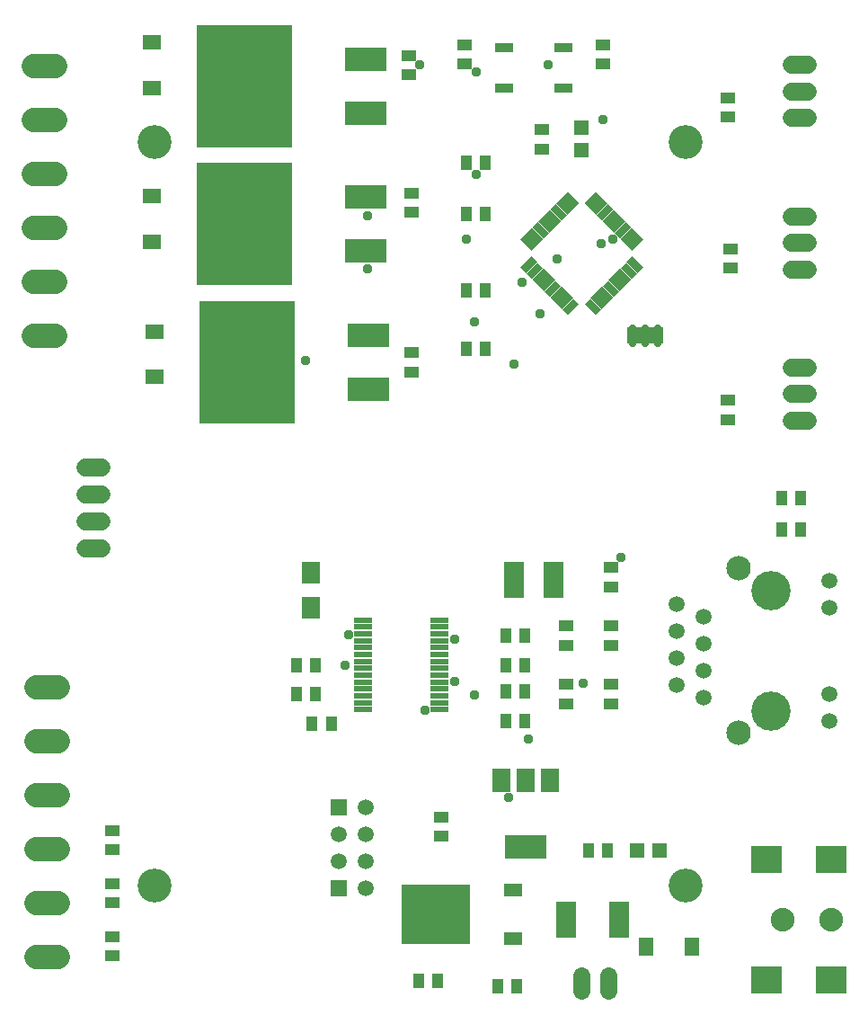
<source format=gbr>
G04 EAGLE Gerber RS-274X export*
G75*
%MOMM*%
%FSLAX34Y34*%
%LPD*%
%AMOC8*
5,1,8,0,0,1.08239X$1,22.5*%
G01*
%ADD10C,3.203200*%
%ADD11R,1.403200X1.003200*%
%ADD12R,1.403200X1.403200*%
%ADD13R,1.473200X1.673200*%
%ADD14R,1.003200X1.403200*%
%ADD15R,1.983200X3.403200*%
%ADD16R,1.701800X2.209800*%
%ADD17R,4.013200X2.209800*%
%ADD18R,3.003200X2.603200*%
%ADD19C,2.235200*%
%ADD20R,6.403200X5.603200*%
%ADD21R,1.803200X1.203200*%
%ADD22C,1.625600*%
%ADD23R,1.673200X1.473200*%
%ADD24R,4.013200X2.286000*%
%ADD25R,9.093200X11.633200*%
%ADD26C,1.727200*%
%ADD27R,1.511200X1.511200*%
%ADD28C,1.511200*%
%ADD29C,2.298700*%
%ADD30R,1.703200X0.603200*%
%ADD31R,1.903200X3.503200*%
%ADD32R,1.803200X2.103200*%
%ADD33C,2.303200*%
%ADD34C,3.703200*%
%ADD35R,1.473200X0.762000*%
%ADD36R,0.762000X1.473200*%
%ADD37R,1.727200X0.965200*%
%ADD38C,0.653200*%
%ADD39R,3.495041X1.534159*%
%ADD40C,0.959600*%


D10*
X172500Y832500D03*
X672500Y832500D03*
X172500Y132500D03*
X672500Y132500D03*
D11*
X442500Y178500D03*
X442500Y196500D03*
D12*
X648000Y165000D03*
X627000Y165000D03*
D13*
X679000Y75000D03*
X636000Y75000D03*
D14*
X439000Y42500D03*
X421000Y42500D03*
X599000Y165000D03*
X581000Y165000D03*
D15*
X609900Y100000D03*
X560100Y100000D03*
D16*
X545106Y231496D03*
X522246Y231496D03*
X499386Y231496D03*
D17*
X522500Y168504D03*
D18*
X810000Y43000D03*
X810000Y157000D03*
X749000Y43000D03*
X749000Y157000D03*
D19*
X810000Y100000D03*
X764280Y100000D03*
D20*
X437500Y105000D03*
D21*
X510500Y82200D03*
X510500Y127800D03*
D14*
X496000Y37500D03*
X514000Y37500D03*
D22*
X600200Y32888D02*
X600200Y47112D01*
X574800Y47112D02*
X574800Y32888D01*
D11*
X412500Y914000D03*
X412500Y896000D03*
D23*
X170000Y883500D03*
X170000Y926500D03*
D24*
X371400Y859600D03*
X371400Y910400D03*
D25*
X257100Y885000D03*
D11*
X712500Y589000D03*
X712500Y571000D03*
D26*
X772380Y620000D02*
X787620Y620000D01*
X787620Y595000D02*
X772380Y595000D01*
X772380Y570000D02*
X787620Y570000D01*
D11*
X715000Y731500D03*
X715000Y713500D03*
D26*
X772380Y762500D02*
X787620Y762500D01*
X787620Y737500D02*
X772380Y737500D01*
X772380Y712500D02*
X787620Y712500D01*
D11*
X415000Y784000D03*
X415000Y766000D03*
D23*
X170000Y738500D03*
X170000Y781500D03*
D24*
X371400Y729600D03*
X371400Y780400D03*
D25*
X257100Y755000D03*
D27*
X346375Y129250D03*
X346375Y205450D03*
D28*
X346375Y154650D03*
X346375Y180050D03*
X371775Y180050D03*
X371775Y154650D03*
X371775Y129250D03*
X371775Y205450D03*
D29*
X78778Y904500D02*
X57823Y904500D01*
X57823Y853700D02*
X78778Y853700D01*
X78778Y650500D02*
X57823Y650500D01*
X57823Y802900D02*
X78778Y802900D01*
X78778Y752100D02*
X57823Y752100D01*
X57823Y701300D02*
X78778Y701300D01*
X81278Y319500D02*
X60323Y319500D01*
X60323Y268700D02*
X81278Y268700D01*
X81278Y65500D02*
X60323Y65500D01*
X60323Y217900D02*
X81278Y217900D01*
X81278Y167100D02*
X60323Y167100D01*
X60323Y116300D02*
X81278Y116300D01*
D11*
X415000Y634000D03*
X415000Y616000D03*
D23*
X172500Y611000D03*
X172500Y654000D03*
D24*
X373900Y599600D03*
X373900Y650400D03*
D25*
X259600Y625000D03*
D11*
X712500Y874000D03*
X712500Y856000D03*
D26*
X772380Y905000D02*
X787620Y905000D01*
X787620Y880000D02*
X772380Y880000D01*
X772380Y855000D02*
X787620Y855000D01*
D11*
X132500Y184000D03*
X132500Y166000D03*
X132500Y134000D03*
X132500Y116000D03*
X132500Y84000D03*
X132500Y66000D03*
D30*
X368750Y382250D03*
X368750Y375750D03*
X368750Y369250D03*
X368750Y362750D03*
X368750Y356250D03*
X368750Y349750D03*
X368750Y343250D03*
X368750Y336750D03*
X368750Y330250D03*
X368750Y323750D03*
X368750Y317250D03*
X368750Y310750D03*
X368750Y304250D03*
X368750Y297750D03*
X441250Y297750D03*
X441250Y304250D03*
X441250Y310750D03*
X441250Y317250D03*
X441250Y323750D03*
X441250Y330250D03*
X441250Y336750D03*
X441250Y343250D03*
X441250Y349750D03*
X441250Y356250D03*
X441250Y362750D03*
X441250Y369250D03*
X441250Y375750D03*
X441250Y382250D03*
D14*
X324000Y312500D03*
X306000Y312500D03*
X324000Y340000D03*
X306000Y340000D03*
X339000Y285000D03*
X321000Y285000D03*
D31*
X511500Y420000D03*
X548500Y420000D03*
D14*
X503500Y340000D03*
X521500Y340000D03*
X503500Y367500D03*
X521500Y367500D03*
D11*
X560000Y358500D03*
X560000Y376500D03*
X602500Y358500D03*
X602500Y376500D03*
X602500Y303500D03*
X602500Y321500D03*
X560000Y303500D03*
X560000Y321500D03*
D14*
X521500Y315000D03*
X503500Y315000D03*
D11*
X602500Y431500D03*
X602500Y413500D03*
D14*
X521500Y287500D03*
X503500Y287500D03*
D32*
X320000Y393500D03*
X320000Y426500D03*
D14*
X781500Y467500D03*
X763500Y467500D03*
X781500Y497500D03*
X763500Y497500D03*
D33*
X722700Y275750D03*
X722700Y430650D03*
D28*
X808400Y419450D03*
X808400Y394050D03*
X808400Y312350D03*
X808400Y286950D03*
X664300Y397600D03*
X664300Y372200D03*
X664300Y346800D03*
X664300Y321400D03*
X689700Y385000D03*
X689700Y359600D03*
X689700Y334200D03*
X689700Y308800D03*
D34*
X753000Y296200D03*
X753000Y410200D03*
D26*
X122620Y449400D02*
X107380Y449400D01*
X107380Y474800D02*
X122620Y474800D01*
X122620Y500200D02*
X107380Y500200D01*
X107380Y525600D02*
X122620Y525600D01*
D11*
X465000Y924000D03*
X465000Y906000D03*
D14*
X466000Y812500D03*
X484000Y812500D03*
X466000Y765000D03*
X484000Y765000D03*
D11*
X537500Y826000D03*
X537500Y844000D03*
D12*
X575000Y845500D03*
X575000Y824500D03*
D35*
G36*
X583040Y685250D02*
X593456Y674834D01*
X588068Y669446D01*
X577652Y679862D01*
X583040Y685250D01*
G37*
G36*
X588697Y690907D02*
X599113Y680491D01*
X593725Y675103D01*
X583309Y685519D01*
X588697Y690907D01*
G37*
G36*
X594354Y696563D02*
X604770Y686147D01*
X599382Y680759D01*
X588966Y691175D01*
X594354Y696563D01*
G37*
G36*
X600011Y702220D02*
X610427Y691804D01*
X605039Y686416D01*
X594623Y696832D01*
X600011Y702220D01*
G37*
G36*
X605668Y707877D02*
X616084Y697461D01*
X610696Y692073D01*
X600280Y702489D01*
X605668Y707877D01*
G37*
G36*
X611325Y713534D02*
X621741Y703118D01*
X616353Y697730D01*
X605937Y708146D01*
X611325Y713534D01*
G37*
G36*
X616981Y719191D02*
X627397Y708775D01*
X622009Y703387D01*
X611593Y713803D01*
X616981Y719191D01*
G37*
G36*
X622638Y724848D02*
X633054Y714432D01*
X627666Y709044D01*
X617250Y719460D01*
X622638Y724848D01*
G37*
D36*
G36*
X627666Y745956D02*
X633054Y740568D01*
X622638Y730152D01*
X617250Y735540D01*
X627666Y745956D01*
G37*
G36*
X622009Y751613D02*
X627397Y746225D01*
X616981Y735809D01*
X611593Y741197D01*
X622009Y751613D01*
G37*
G36*
X616353Y757270D02*
X621741Y751882D01*
X611325Y741466D01*
X605937Y746854D01*
X616353Y757270D01*
G37*
G36*
X610696Y762927D02*
X616084Y757539D01*
X605668Y747123D01*
X600280Y752511D01*
X610696Y762927D01*
G37*
G36*
X605039Y768584D02*
X610427Y763196D01*
X600011Y752780D01*
X594623Y758168D01*
X605039Y768584D01*
G37*
G36*
X599382Y774241D02*
X604770Y768853D01*
X594354Y758437D01*
X588966Y763825D01*
X599382Y774241D01*
G37*
G36*
X593725Y779897D02*
X599113Y774509D01*
X588697Y764093D01*
X583309Y769481D01*
X593725Y779897D01*
G37*
G36*
X588068Y785554D02*
X593456Y780166D01*
X583040Y769750D01*
X577652Y775138D01*
X588068Y785554D01*
G37*
D35*
G36*
X561932Y785554D02*
X572348Y775138D01*
X566960Y769750D01*
X556544Y780166D01*
X561932Y785554D01*
G37*
G36*
X556275Y779897D02*
X566691Y769481D01*
X561303Y764093D01*
X550887Y774509D01*
X556275Y779897D01*
G37*
G36*
X550618Y774241D02*
X561034Y763825D01*
X555646Y758437D01*
X545230Y768853D01*
X550618Y774241D01*
G37*
G36*
X544961Y768584D02*
X555377Y758168D01*
X549989Y752780D01*
X539573Y763196D01*
X544961Y768584D01*
G37*
G36*
X539304Y762927D02*
X549720Y752511D01*
X544332Y747123D01*
X533916Y757539D01*
X539304Y762927D01*
G37*
G36*
X533647Y757270D02*
X544063Y746854D01*
X538675Y741466D01*
X528259Y751882D01*
X533647Y757270D01*
G37*
G36*
X527991Y751613D02*
X538407Y741197D01*
X533019Y735809D01*
X522603Y746225D01*
X527991Y751613D01*
G37*
G36*
X522334Y745956D02*
X532750Y735540D01*
X527362Y730152D01*
X516946Y740568D01*
X522334Y745956D01*
G37*
D36*
G36*
X527362Y724848D02*
X532750Y719460D01*
X522334Y709044D01*
X516946Y714432D01*
X527362Y724848D01*
G37*
G36*
X533019Y719191D02*
X538407Y713803D01*
X527991Y703387D01*
X522603Y708775D01*
X533019Y719191D01*
G37*
G36*
X538675Y713534D02*
X544063Y708146D01*
X533647Y697730D01*
X528259Y703118D01*
X538675Y713534D01*
G37*
G36*
X544332Y707877D02*
X549720Y702489D01*
X539304Y692073D01*
X533916Y697461D01*
X544332Y707877D01*
G37*
G36*
X549989Y702220D02*
X555377Y696832D01*
X544961Y686416D01*
X539573Y691804D01*
X549989Y702220D01*
G37*
G36*
X555646Y696563D02*
X561034Y691175D01*
X550618Y680759D01*
X545230Y686147D01*
X555646Y696563D01*
G37*
G36*
X561303Y690907D02*
X566691Y685519D01*
X556275Y675103D01*
X550887Y680491D01*
X561303Y690907D01*
G37*
G36*
X566960Y685250D02*
X572348Y679862D01*
X561932Y669446D01*
X556544Y674834D01*
X566960Y685250D01*
G37*
D11*
X595000Y924000D03*
X595000Y906000D03*
D14*
X484000Y692500D03*
X466000Y692500D03*
D37*
X557940Y883450D03*
X502060Y883450D03*
X557940Y921550D03*
X502060Y921550D03*
D38*
X623000Y657275D02*
X623000Y642725D01*
X635000Y642725D02*
X635000Y657275D01*
X647000Y657275D02*
X647000Y642725D01*
D39*
X634975Y649975D03*
D14*
X484000Y637500D03*
X466000Y637500D03*
D40*
X373503Y713330D03*
X373503Y763334D03*
X511271Y623526D03*
X355134Y368401D03*
X592911Y736801D03*
X352073Y339827D03*
X604136Y740883D03*
X422487Y905184D03*
X518414Y700063D03*
X473512Y663325D03*
X466369Y740883D03*
X475553Y802113D03*
X475553Y898040D03*
X427590Y296966D03*
X455143Y324519D03*
X506168Y215326D03*
X455143Y364319D03*
X612300Y440856D03*
X473512Y311253D03*
X576583Y322478D03*
X524537Y270433D03*
X552091Y722514D03*
X542906Y905184D03*
X314314Y626587D03*
X594952Y853138D03*
X535763Y670469D03*
M02*

</source>
